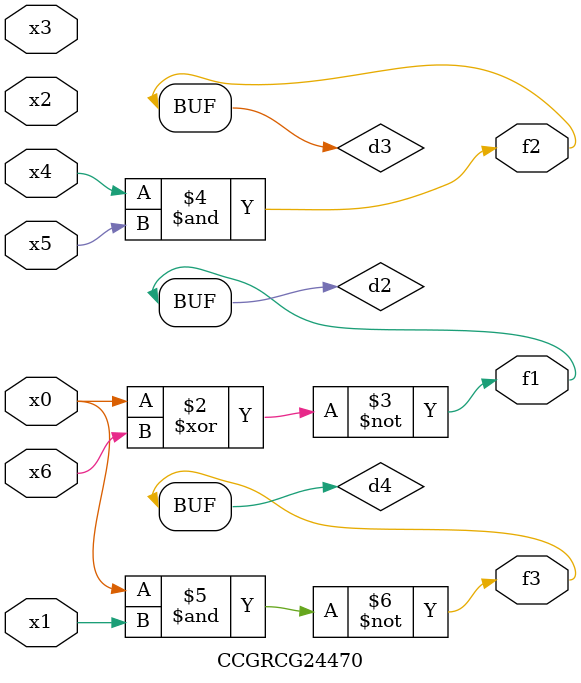
<source format=v>
module CCGRCG24470(
	input x0, x1, x2, x3, x4, x5, x6,
	output f1, f2, f3
);

	wire d1, d2, d3, d4;

	nor (d1, x0);
	xnor (d2, x0, x6);
	and (d3, x4, x5);
	nand (d4, x0, x1);
	assign f1 = d2;
	assign f2 = d3;
	assign f3 = d4;
endmodule

</source>
